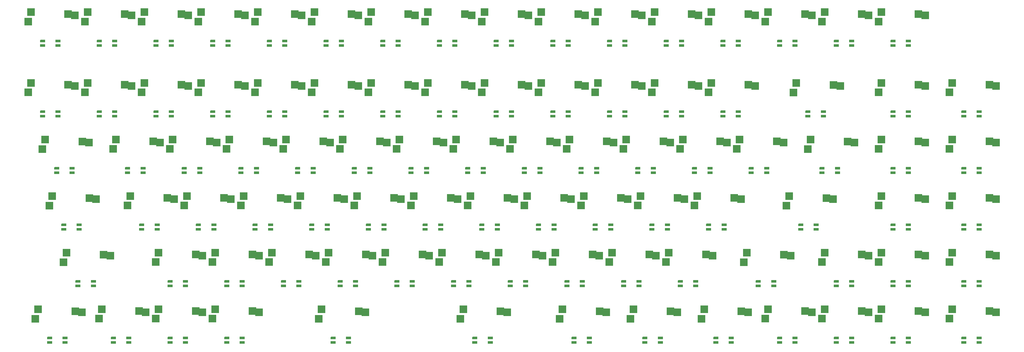
<source format=gbr>
%TF.GenerationSoftware,KiCad,Pcbnew,(6.0.2)*%
%TF.CreationDate,2022-08-21T18:03:26-07:00*%
%TF.ProjectId,tklc_v1_rgb,746b6c63-5f76-4315-9f72-67622e6b6963,rev?*%
%TF.SameCoordinates,Original*%
%TF.FileFunction,Paste,Bot*%
%TF.FilePolarity,Positive*%
%FSLAX46Y46*%
G04 Gerber Fmt 4.6, Leading zero omitted, Abs format (unit mm)*
G04 Created by KiCad (PCBNEW (6.0.2)) date 2022-08-21 18:03:26*
%MOMM*%
%LPD*%
G01*
G04 APERTURE LIST*
G04 Aperture macros list*
%AMOutline5P*
0 Free polygon, 5 corners , with rotation*
0 The origin of the aperture is its center*
0 number of corners: always 5*
0 $1 to $10 corner X, Y*
0 $11 Rotation angle, in degrees counterclockwise*
0 create outline with 5 corners*
4,1,5,$1,$2,$3,$4,$5,$6,$7,$8,$9,$10,$1,$2,$11*%
%AMOutline6P*
0 Free polygon, 6 corners , with rotation*
0 The origin of the aperture is its center*
0 number of corners: always 6*
0 $1 to $12 corner X, Y*
0 $13 Rotation angle, in degrees counterclockwise*
0 create outline with 6 corners*
4,1,6,$1,$2,$3,$4,$5,$6,$7,$8,$9,$10,$11,$12,$1,$2,$13*%
%AMOutline7P*
0 Free polygon, 7 corners , with rotation*
0 The origin of the aperture is its center*
0 number of corners: always 7*
0 $1 to $14 corner X, Y*
0 $15 Rotation angle, in degrees counterclockwise*
0 create outline with 7 corners*
4,1,7,$1,$2,$3,$4,$5,$6,$7,$8,$9,$10,$11,$12,$13,$14,$1,$2,$15*%
%AMOutline8P*
0 Free polygon, 8 corners , with rotation*
0 The origin of the aperture is its center*
0 number of corners: always 8*
0 $1 to $16 corner X, Y*
0 $17 Rotation angle, in degrees counterclockwise*
0 create outline with 8 corners*
4,1,8,$1,$2,$3,$4,$5,$6,$7,$8,$9,$10,$11,$12,$13,$14,$15,$16,$1,$2,$17*%
G04 Aperture macros list end*
%ADD10R,2.550000X2.550000*%
%ADD11R,2.550000X2.500000*%
%ADD12R,1.700000X0.820000*%
%ADD13Outline5P,-0.850000X0.246000X-0.686000X0.410000X0.850000X0.410000X0.850000X-0.410000X-0.850000X-0.410000X0.000000*%
G04 APERTURE END LIST*
D10*
%TO.C,SW46*%
X305931250Y-150081250D03*
D11*
X303671250Y-149701250D03*
D10*
X291181250Y-149031250D03*
D11*
X290246250Y-152241250D03*
D12*
X300256250Y-160231250D03*
X295056250Y-160231250D03*
X300256250Y-158731250D03*
D13*
X295056250Y-158731250D03*
%TD*%
D11*
%TO.C,SW6*%
X160796250Y-106838750D03*
D10*
X163056250Y-107218750D03*
X148306250Y-106168750D03*
D11*
X147371250Y-109378750D03*
D12*
X157381250Y-117368750D03*
X152181250Y-117368750D03*
X157381250Y-115868750D03*
D13*
X152181250Y-115868750D03*
%TD*%
D10*
%TO.C,SW49*%
X377318750Y-150081250D03*
D11*
X375108750Y-149701250D03*
X361683750Y-152241250D03*
D10*
X362618750Y-149031250D03*
D12*
X371693750Y-160231250D03*
X366493750Y-160231250D03*
X371693750Y-158731250D03*
D13*
X366493750Y-158731250D03*
%TD*%
D10*
%TO.C,SW59*%
X253543750Y-169131250D03*
D11*
X251283750Y-168751250D03*
D10*
X238793750Y-168081250D03*
D11*
X237858750Y-171291250D03*
D12*
X247868750Y-179281250D03*
X242668750Y-179281250D03*
X247868750Y-177781250D03*
D13*
X242668750Y-177781250D03*
%TD*%
D11*
%TO.C,SW42*%
X227471250Y-149701250D03*
D10*
X229731250Y-150081250D03*
X214981250Y-149031250D03*
D11*
X214046250Y-152241250D03*
D12*
X224056250Y-160231250D03*
X218856250Y-160231250D03*
X224056250Y-158731250D03*
D13*
X218856250Y-158731250D03*
%TD*%
D10*
%TO.C,SW1*%
X67806250Y-107218750D03*
D11*
X65546250Y-106838750D03*
D10*
X53056250Y-106168750D03*
D11*
X52121250Y-109378750D03*
D12*
X62131250Y-117368750D03*
X56931250Y-117368750D03*
X62131250Y-115868750D03*
D13*
X56931250Y-115868750D03*
%TD*%
D11*
%TO.C,SW66*%
X108408750Y-187801250D03*
D10*
X110668750Y-188181250D03*
X95918750Y-187131250D03*
D11*
X94983750Y-190341250D03*
D12*
X104993750Y-198331250D03*
X99793750Y-198331250D03*
X104993750Y-196831250D03*
D13*
X99793750Y-196831250D03*
%TD*%
D11*
%TO.C,SW14*%
X313196250Y-106838750D03*
D10*
X315456250Y-107218750D03*
D11*
X299771250Y-109378750D03*
D10*
X300706250Y-106168750D03*
D12*
X309781250Y-117368750D03*
X304581250Y-117368750D03*
X309781250Y-115868750D03*
D13*
X304581250Y-115868750D03*
%TD*%
D10*
%TO.C,SW21*%
X124956250Y-131031250D03*
D11*
X122696250Y-130651250D03*
D10*
X110206250Y-129981250D03*
D11*
X109271250Y-133191250D03*
D12*
X119281250Y-141181250D03*
X114081250Y-141181250D03*
X119281250Y-139681250D03*
D13*
X114081250Y-139681250D03*
%TD*%
D10*
%TO.C,SW27*%
X239256250Y-131031250D03*
D11*
X236996250Y-130651250D03*
X223571250Y-133191250D03*
D10*
X224506250Y-129981250D03*
D12*
X233581250Y-141181250D03*
X228381250Y-141181250D03*
X233581250Y-139681250D03*
D13*
X228381250Y-139681250D03*
%TD*%
D11*
%TO.C,SW28*%
X256046250Y-130651250D03*
D10*
X258306250Y-131031250D03*
D11*
X242621250Y-133191250D03*
D10*
X243556250Y-129981250D03*
D12*
X252631250Y-141181250D03*
X247431250Y-141181250D03*
X252631250Y-139681250D03*
D13*
X247431250Y-139681250D03*
%TD*%
D10*
%TO.C,SW7*%
X182106250Y-107218750D03*
D11*
X179846250Y-106838750D03*
X166421250Y-109378750D03*
D10*
X167356250Y-106168750D03*
D12*
X176431250Y-117368750D03*
X171231250Y-117368750D03*
X176431250Y-115868750D03*
D13*
X171231250Y-115868750D03*
%TD*%
D10*
%TO.C,SW2*%
X86856250Y-107218750D03*
D11*
X84596250Y-106838750D03*
X71171250Y-109378750D03*
D10*
X72106250Y-106168750D03*
D12*
X81181250Y-117368750D03*
X75981250Y-117368750D03*
X81181250Y-115868750D03*
D13*
X75981250Y-115868750D03*
%TD*%
D11*
%TO.C,SW45*%
X284621250Y-149701250D03*
D10*
X286881250Y-150081250D03*
X272131250Y-149031250D03*
D11*
X271196250Y-152241250D03*
D12*
X281206250Y-160231250D03*
X276006250Y-160231250D03*
X281206250Y-158731250D03*
D13*
X276006250Y-158731250D03*
%TD*%
D10*
%TO.C,SW91*%
X353556250Y-207231250D03*
D11*
X351296250Y-206851250D03*
D10*
X338806250Y-206181250D03*
D11*
X337871250Y-209391250D03*
D12*
X347881250Y-217381250D03*
X342681250Y-217381250D03*
X347881250Y-215881250D03*
D13*
X342681250Y-215881250D03*
%TD*%
D11*
%TO.C,SW5*%
X141746250Y-106838750D03*
D10*
X144006250Y-107218750D03*
D11*
X128321250Y-109378750D03*
D10*
X129256250Y-106168750D03*
D12*
X138331250Y-117368750D03*
X133131250Y-117368750D03*
X138331250Y-115868750D03*
D13*
X133131250Y-115868750D03*
%TD*%
D11*
%TO.C,SW11*%
X256046250Y-106838750D03*
D10*
X258306250Y-107218750D03*
D11*
X242621250Y-109378750D03*
D10*
X243556250Y-106168750D03*
D12*
X252631250Y-117368750D03*
X247431250Y-117368750D03*
X252631250Y-115868750D03*
D13*
X247431250Y-115868750D03*
%TD*%
D10*
%TO.C,SW41*%
X210681250Y-150081250D03*
D11*
X208421250Y-149701250D03*
D10*
X195931250Y-149031250D03*
D11*
X194996250Y-152241250D03*
D12*
X205006250Y-160231250D03*
X199806250Y-160231250D03*
X205006250Y-158731250D03*
D13*
X199806250Y-158731250D03*
%TD*%
D11*
%TO.C,SW22*%
X141746250Y-130651250D03*
D10*
X144006250Y-131031250D03*
X129256250Y-129981250D03*
D11*
X128321250Y-133191250D03*
D12*
X138331250Y-141181250D03*
X133131250Y-141181250D03*
X138331250Y-139681250D03*
D13*
X133131250Y-139681250D03*
%TD*%
D11*
%TO.C,SW52*%
X117933750Y-168751250D03*
D10*
X120193750Y-169131250D03*
X105443750Y-168081250D03*
D11*
X104508750Y-171291250D03*
D12*
X114518750Y-179281250D03*
X109318750Y-179281250D03*
X114518750Y-177781250D03*
D13*
X109318750Y-177781250D03*
%TD*%
D11*
%TO.C,SW50*%
X72690000Y-168761250D03*
D10*
X74950000Y-169131250D03*
D11*
X59265000Y-171301250D03*
D10*
X60200000Y-168081250D03*
D12*
X69275000Y-179281250D03*
X64075000Y-179281250D03*
X69275000Y-177781250D03*
D13*
X64075000Y-177781250D03*
%TD*%
D10*
%TO.C,SW90*%
X334506250Y-207231250D03*
D11*
X332246250Y-206851250D03*
D10*
X319756250Y-206181250D03*
D11*
X318821250Y-209391250D03*
D12*
X328831250Y-217381250D03*
X323631250Y-217381250D03*
X328831250Y-215881250D03*
D13*
X323631250Y-215881250D03*
%TD*%
D10*
%TO.C,SW19*%
X86856250Y-131031250D03*
D11*
X84596250Y-130651250D03*
X71171250Y-133191250D03*
D10*
X72106250Y-129981250D03*
D12*
X81181250Y-141181250D03*
X75981250Y-141181250D03*
X81181250Y-139681250D03*
D13*
X75981250Y-139681250D03*
%TD*%
D11*
%TO.C,SW68*%
X146508750Y-187801250D03*
D10*
X148768750Y-188181250D03*
X134018750Y-187131250D03*
D11*
X133083750Y-190341250D03*
D12*
X143093750Y-198331250D03*
X137893750Y-198331250D03*
X143093750Y-196831250D03*
D13*
X137893750Y-196831250D03*
%TD*%
D11*
%TO.C,SW8*%
X198896250Y-106838750D03*
D10*
X201156250Y-107218750D03*
X186406250Y-106168750D03*
D11*
X185471250Y-109378750D03*
D12*
X195481250Y-117368750D03*
X190281250Y-117368750D03*
X195481250Y-115868750D03*
D13*
X190281250Y-115868750D03*
%TD*%
D10*
%TO.C,SW25*%
X201156250Y-131031250D03*
D11*
X198896250Y-130651250D03*
X185471250Y-133191250D03*
D10*
X186406250Y-129981250D03*
D12*
X195481250Y-141181250D03*
X190281250Y-141181250D03*
X195481250Y-139681250D03*
D13*
X190281250Y-139681250D03*
%TD*%
D10*
%TO.C,SW53*%
X139243750Y-169131250D03*
D11*
X136983750Y-168751250D03*
D10*
X124493750Y-168081250D03*
D11*
X123558750Y-171291250D03*
D12*
X133568750Y-179281250D03*
X128368750Y-179281250D03*
X133568750Y-177781250D03*
D13*
X128368750Y-177781250D03*
%TD*%
D11*
%TO.C,SW39*%
X170321250Y-149701250D03*
D10*
X172581250Y-150081250D03*
X157831250Y-149031250D03*
D11*
X156896250Y-152241250D03*
D12*
X166906250Y-160231250D03*
X161706250Y-160231250D03*
X166906250Y-158731250D03*
D13*
X161706250Y-158731250D03*
%TD*%
D10*
%TO.C,SW83*%
X129718750Y-207231250D03*
D11*
X127458750Y-206851250D03*
D10*
X114968750Y-206181250D03*
D11*
X114033750Y-209391250D03*
D12*
X124043750Y-217381250D03*
X118843750Y-217381250D03*
X124043750Y-215881250D03*
D13*
X118843750Y-215881250D03*
%TD*%
D10*
%TO.C,SW74*%
X263068750Y-188181250D03*
D11*
X260808750Y-187801250D03*
X247383750Y-190341250D03*
D10*
X248318750Y-187131250D03*
D12*
X257393750Y-198331250D03*
X252193750Y-198331250D03*
X257393750Y-196831250D03*
D13*
X252193750Y-196831250D03*
%TD*%
D11*
%TO.C,SW36*%
X113171250Y-149701250D03*
D10*
X115431250Y-150081250D03*
X100681250Y-149031250D03*
D11*
X99746250Y-152241250D03*
D12*
X109756250Y-160231250D03*
X104556250Y-160231250D03*
X109756250Y-158731250D03*
D13*
X104556250Y-158731250D03*
%TD*%
D10*
%TO.C,SW86*%
X246400000Y-207231250D03*
D11*
X244140000Y-206861250D03*
X230715000Y-209401250D03*
D10*
X231650000Y-206181250D03*
D12*
X240725000Y-217381250D03*
X235525000Y-217381250D03*
X240725000Y-215881250D03*
D13*
X235525000Y-215881250D03*
%TD*%
D11*
%TO.C,SW32*%
X351296250Y-130651250D03*
D10*
X353556250Y-131031250D03*
X338806250Y-129981250D03*
D11*
X337871250Y-133191250D03*
D12*
X347881250Y-141181250D03*
X342681250Y-141181250D03*
X347881250Y-139681250D03*
D13*
X342681250Y-139681250D03*
%TD*%
D11*
%TO.C,SW77*%
X332246250Y-187801250D03*
D10*
X334506250Y-188181250D03*
D11*
X318821250Y-190341250D03*
D10*
X319756250Y-187131250D03*
D12*
X328831250Y-198331250D03*
X323631250Y-198331250D03*
X328831250Y-196831250D03*
D13*
X323631250Y-196831250D03*
%TD*%
D11*
%TO.C,SW76*%
X306052500Y-187811250D03*
D10*
X308312500Y-188181250D03*
D11*
X292627500Y-190351250D03*
D10*
X293562500Y-187131250D03*
D12*
X302637500Y-198331250D03*
X297437500Y-198331250D03*
X302637500Y-196831250D03*
D13*
X297437500Y-196831250D03*
%TD*%
D10*
%TO.C,SW3*%
X105906250Y-107218750D03*
D11*
X103646250Y-106838750D03*
D10*
X91156250Y-106168750D03*
D11*
X90221250Y-109378750D03*
D12*
X100231250Y-117368750D03*
X95031250Y-117368750D03*
X100231250Y-115868750D03*
D13*
X95031250Y-115868750D03*
%TD*%
D11*
%TO.C,SW34*%
X70308750Y-149711250D03*
D10*
X72568750Y-150081250D03*
D11*
X56883750Y-152251250D03*
D10*
X57818750Y-149031250D03*
D12*
X66893750Y-160231250D03*
X61693750Y-160231250D03*
X66893750Y-158731250D03*
D13*
X61693750Y-158731250D03*
%TD*%
D11*
%TO.C,SW70*%
X184608750Y-187801250D03*
D10*
X186868750Y-188181250D03*
X172118750Y-187131250D03*
D11*
X171183750Y-190341250D03*
D12*
X181193750Y-198331250D03*
X175993750Y-198331250D03*
X181193750Y-196831250D03*
D13*
X175993750Y-196831250D03*
%TD*%
D11*
%TO.C,SW56*%
X194133750Y-168751250D03*
D10*
X196393750Y-169131250D03*
X181643750Y-168081250D03*
D11*
X180708750Y-171291250D03*
D12*
X190718750Y-179281250D03*
X185518750Y-179281250D03*
X190718750Y-177781250D03*
D13*
X185518750Y-177781250D03*
%TD*%
D11*
%TO.C,SW84*%
X163177500Y-206861250D03*
D10*
X165437500Y-207231250D03*
X150687500Y-206181250D03*
D11*
X149752500Y-209401250D03*
D12*
X159762500Y-217381250D03*
X154562500Y-217381250D03*
X159762500Y-215881250D03*
D13*
X154562500Y-215881250D03*
%TD*%
D10*
%TO.C,SW65*%
X79712500Y-188181250D03*
D11*
X77452500Y-187811250D03*
X64027500Y-190351250D03*
D10*
X64962500Y-187131250D03*
D12*
X74037500Y-198331250D03*
X68837500Y-198331250D03*
X74037500Y-196831250D03*
D13*
X68837500Y-196831250D03*
%TD*%
D10*
%TO.C,SW35*%
X96381250Y-150081250D03*
D11*
X94121250Y-149701250D03*
X80696250Y-152241250D03*
D10*
X81631250Y-149031250D03*
D12*
X90706250Y-160231250D03*
X85506250Y-160231250D03*
X90706250Y-158731250D03*
D13*
X85506250Y-158731250D03*
%TD*%
D11*
%TO.C,SW75*%
X279858750Y-187801250D03*
D10*
X282118750Y-188181250D03*
D11*
X266433750Y-190341250D03*
D10*
X267368750Y-187131250D03*
D12*
X276443750Y-198331250D03*
X271243750Y-198331250D03*
X276443750Y-196831250D03*
D13*
X271243750Y-196831250D03*
%TD*%
D11*
%TO.C,SW23*%
X160796250Y-130651250D03*
D10*
X163056250Y-131031250D03*
D11*
X147371250Y-133191250D03*
D10*
X148306250Y-129981250D03*
D12*
X157381250Y-141181250D03*
X152181250Y-141181250D03*
X157381250Y-139681250D03*
D13*
X152181250Y-139681250D03*
%TD*%
D10*
%TO.C,SW47*%
X329743750Y-150081250D03*
D11*
X327483750Y-149711250D03*
D10*
X314993750Y-149031250D03*
D11*
X314058750Y-152251250D03*
D12*
X324068750Y-160231250D03*
X318868750Y-160231250D03*
X324068750Y-158731250D03*
D13*
X318868750Y-158731250D03*
%TD*%
D11*
%TO.C,SW72*%
X222708750Y-187801250D03*
D10*
X224968750Y-188181250D03*
D11*
X209283750Y-190341250D03*
D10*
X210218750Y-187131250D03*
D12*
X219293750Y-198331250D03*
X214093750Y-198331250D03*
X219293750Y-196831250D03*
D13*
X214093750Y-196831250D03*
%TD*%
D10*
%TO.C,SW60*%
X272593750Y-169131250D03*
D11*
X270333750Y-168751250D03*
X256908750Y-171291250D03*
D10*
X257843750Y-168081250D03*
D12*
X266918750Y-179281250D03*
X261718750Y-179281250D03*
X266918750Y-177781250D03*
D13*
X261718750Y-177781250D03*
%TD*%
D11*
%TO.C,SW51*%
X98883750Y-168751250D03*
D10*
X101143750Y-169131250D03*
D11*
X85458750Y-171291250D03*
D10*
X86393750Y-168081250D03*
D12*
X95468750Y-179281250D03*
X90268750Y-179281250D03*
X95468750Y-177781250D03*
D13*
X90268750Y-177781250D03*
%TD*%
D10*
%TO.C,SW57*%
X215443750Y-169131250D03*
D11*
X213183750Y-168751250D03*
X199758750Y-171291250D03*
D10*
X200693750Y-168081250D03*
D12*
X209768750Y-179281250D03*
X204568750Y-179281250D03*
X209768750Y-177781250D03*
D13*
X204568750Y-177781250D03*
%TD*%
D11*
%TO.C,SW43*%
X246521250Y-149701250D03*
D10*
X248781250Y-150081250D03*
X234031250Y-149031250D03*
D11*
X233096250Y-152241250D03*
D12*
X243106250Y-160231250D03*
X237906250Y-160231250D03*
X243106250Y-158731250D03*
D13*
X237906250Y-158731250D03*
%TD*%
D10*
%TO.C,SW24*%
X182106250Y-131031250D03*
D11*
X179846250Y-130651250D03*
X166421250Y-133191250D03*
D10*
X167356250Y-129981250D03*
D12*
X176431250Y-141181250D03*
X171231250Y-141181250D03*
X176431250Y-139681250D03*
D13*
X171231250Y-139681250D03*
%TD*%
D11*
%TO.C,SW44*%
X265571250Y-149701250D03*
D10*
X267831250Y-150081250D03*
X253081250Y-149031250D03*
D11*
X252146250Y-152241250D03*
D12*
X262156250Y-160231250D03*
X256956250Y-160231250D03*
X262156250Y-158731250D03*
D13*
X256956250Y-158731250D03*
%TD*%
D11*
%TO.C,SW38*%
X151271250Y-149701250D03*
D10*
X153531250Y-150081250D03*
X138781250Y-149031250D03*
D11*
X137846250Y-152241250D03*
D12*
X147856250Y-160231250D03*
X142656250Y-160231250D03*
X147856250Y-158731250D03*
D13*
X142656250Y-158731250D03*
%TD*%
D10*
%TO.C,SW33*%
X377318750Y-131031250D03*
D11*
X375108750Y-130651250D03*
D10*
X362618750Y-129981250D03*
D11*
X361683750Y-133191250D03*
D12*
X371693750Y-141181250D03*
X366493750Y-141181250D03*
X371693750Y-139681250D03*
D13*
X366493750Y-139681250D03*
%TD*%
D10*
%TO.C,SW73*%
X244018750Y-188181250D03*
D11*
X241758750Y-187801250D03*
D10*
X229268750Y-187131250D03*
D11*
X228333750Y-190341250D03*
D12*
X238343750Y-198331250D03*
X233143750Y-198331250D03*
X238343750Y-196831250D03*
D13*
X233143750Y-196831250D03*
%TD*%
D11*
%TO.C,SW30*%
X294146250Y-130651250D03*
D10*
X296406250Y-131031250D03*
X281656250Y-129981250D03*
D11*
X280721250Y-133191250D03*
D12*
X290731250Y-141181250D03*
X285531250Y-141181250D03*
X290731250Y-139681250D03*
D13*
X285531250Y-139681250D03*
%TD*%
D11*
%TO.C,SW89*%
X313196250Y-206851250D03*
D10*
X315456250Y-207231250D03*
X300706250Y-206181250D03*
D11*
X299771250Y-209391250D03*
D12*
X309781250Y-217381250D03*
X304581250Y-217381250D03*
X309781250Y-215881250D03*
D13*
X304581250Y-215881250D03*
%TD*%
D10*
%TO.C,SW61*%
X291643750Y-169131250D03*
D11*
X289383750Y-168751250D03*
D10*
X276893750Y-168081250D03*
D11*
X275958750Y-171291250D03*
D12*
X285968750Y-179281250D03*
X280768750Y-179281250D03*
X285968750Y-177781250D03*
D13*
X280768750Y-177781250D03*
%TD*%
D10*
%TO.C,SW87*%
X270212500Y-207231250D03*
D11*
X267952500Y-206861250D03*
X254527500Y-209401250D03*
D10*
X255462500Y-206181250D03*
D12*
X264537500Y-217381250D03*
X259337500Y-217381250D03*
X264537500Y-215881250D03*
D13*
X259337500Y-215881250D03*
%TD*%
D10*
%TO.C,SW31*%
X324981250Y-131031250D03*
D11*
X322721250Y-130661250D03*
D10*
X310231250Y-129981250D03*
D11*
X309296250Y-133201250D03*
D12*
X319306250Y-141181250D03*
X314106250Y-141181250D03*
X319306250Y-139681250D03*
D13*
X314106250Y-139681250D03*
%TD*%
D11*
%TO.C,SW10*%
X236996250Y-106838750D03*
D10*
X239256250Y-107218750D03*
D11*
X223571250Y-109378750D03*
D10*
X224506250Y-106168750D03*
D12*
X233581250Y-117368750D03*
X228381250Y-117368750D03*
X233581250Y-115868750D03*
D13*
X228381250Y-115868750D03*
%TD*%
D11*
%TO.C,SW15*%
X332246250Y-106838750D03*
D10*
X334506250Y-107218750D03*
D11*
X318821250Y-109378750D03*
D10*
X319756250Y-106168750D03*
D12*
X328831250Y-117368750D03*
X323631250Y-117368750D03*
X328831250Y-115868750D03*
D13*
X323631250Y-115868750D03*
%TD*%
D11*
%TO.C,SW48*%
X351296250Y-149701250D03*
D10*
X353556250Y-150081250D03*
X338806250Y-149031250D03*
D11*
X337871250Y-152241250D03*
D12*
X347881250Y-160231250D03*
X342681250Y-160231250D03*
X347881250Y-158731250D03*
D13*
X342681250Y-158731250D03*
%TD*%
D11*
%TO.C,SW12*%
X275096250Y-106838750D03*
D10*
X277356250Y-107218750D03*
X262606250Y-106168750D03*
D11*
X261671250Y-109378750D03*
D12*
X271681250Y-117368750D03*
X266481250Y-117368750D03*
X271681250Y-115868750D03*
D13*
X266481250Y-115868750D03*
%TD*%
D11*
%TO.C,SW40*%
X189371250Y-149701250D03*
D10*
X191631250Y-150081250D03*
X176881250Y-149031250D03*
D11*
X175946250Y-152241250D03*
D12*
X185956250Y-160231250D03*
X180756250Y-160231250D03*
X185956250Y-158731250D03*
D13*
X180756250Y-158731250D03*
%TD*%
D10*
%TO.C,SW80*%
X70187500Y-207231250D03*
D11*
X67927500Y-206861250D03*
D10*
X55437500Y-206181250D03*
D11*
X54502500Y-209401250D03*
D12*
X64512500Y-217381250D03*
X59312500Y-217381250D03*
X64512500Y-215881250D03*
D13*
X59312500Y-215881250D03*
%TD*%
D11*
%TO.C,SW69*%
X165558750Y-187801250D03*
D10*
X167818750Y-188181250D03*
D11*
X152133750Y-190341250D03*
D10*
X153068750Y-187131250D03*
D12*
X162143750Y-198331250D03*
X156943750Y-198331250D03*
X162143750Y-196831250D03*
D13*
X156943750Y-196831250D03*
%TD*%
D10*
%TO.C,SW29*%
X277356250Y-131031250D03*
D11*
X275096250Y-130651250D03*
X261671250Y-133191250D03*
D10*
X262606250Y-129981250D03*
D12*
X271681250Y-141181250D03*
X266481250Y-141181250D03*
X271681250Y-139681250D03*
D13*
X266481250Y-139681250D03*
%TD*%
D11*
%TO.C,SW67*%
X127458750Y-187801250D03*
D10*
X129718750Y-188181250D03*
D11*
X114033750Y-190341250D03*
D10*
X114968750Y-187131250D03*
D12*
X124043750Y-198331250D03*
X118843750Y-198331250D03*
X124043750Y-196831250D03*
D13*
X118843750Y-196831250D03*
%TD*%
D10*
%TO.C,SW13*%
X296406250Y-107218750D03*
D11*
X294146250Y-106838750D03*
D10*
X281656250Y-106168750D03*
D11*
X280721250Y-109378750D03*
D12*
X290731250Y-117368750D03*
X285531250Y-117368750D03*
X290731250Y-115868750D03*
D13*
X285531250Y-115868750D03*
%TD*%
D10*
%TO.C,SW18*%
X67806250Y-131031250D03*
D11*
X65546250Y-130651250D03*
X52121250Y-133191250D03*
D10*
X53056250Y-129981250D03*
D12*
X62131250Y-141181250D03*
X56931250Y-141181250D03*
X62131250Y-139681250D03*
D13*
X56931250Y-139681250D03*
%TD*%
D10*
%TO.C,SW4*%
X124956250Y-107218750D03*
D11*
X122696250Y-106838750D03*
X109271250Y-109378750D03*
D10*
X110206250Y-106168750D03*
D12*
X119281250Y-117368750D03*
X114081250Y-117368750D03*
X119281250Y-115868750D03*
D13*
X114081250Y-115868750D03*
%TD*%
D11*
%TO.C,SW62*%
X320340000Y-168761250D03*
D10*
X322600000Y-169131250D03*
X307850000Y-168081250D03*
D11*
X306915000Y-171301250D03*
D12*
X316925000Y-179281250D03*
X311725000Y-179281250D03*
X316925000Y-177781250D03*
D13*
X311725000Y-177781250D03*
%TD*%
D10*
%TO.C,SW81*%
X91618750Y-207231250D03*
D11*
X89358750Y-206851250D03*
D10*
X76868750Y-206181250D03*
D11*
X75933750Y-209391250D03*
D12*
X85943750Y-217381250D03*
X80743750Y-217381250D03*
X85943750Y-215881250D03*
D13*
X80743750Y-215881250D03*
%TD*%
D10*
%TO.C,SW79*%
X377318750Y-188181250D03*
D11*
X375108750Y-187801250D03*
D10*
X362618750Y-187131250D03*
D11*
X361683750Y-190341250D03*
D12*
X371693750Y-198331250D03*
X366493750Y-198331250D03*
X371693750Y-196831250D03*
D13*
X366493750Y-196831250D03*
%TD*%
D10*
%TO.C,SW82*%
X110668750Y-207231250D03*
D11*
X108408750Y-206851250D03*
X94983750Y-209391250D03*
D10*
X95918750Y-206181250D03*
D12*
X104993750Y-217381250D03*
X99793750Y-217381250D03*
X104993750Y-215881250D03*
D13*
X99793750Y-215881250D03*
%TD*%
D10*
%TO.C,SW26*%
X220206250Y-131031250D03*
D11*
X217946250Y-130651250D03*
X204521250Y-133191250D03*
D10*
X205456250Y-129981250D03*
D12*
X214531250Y-141181250D03*
X209331250Y-141181250D03*
X214531250Y-139681250D03*
D13*
X209331250Y-139681250D03*
%TD*%
D10*
%TO.C,SW85*%
X213062500Y-207231250D03*
D11*
X210802500Y-206861250D03*
X197377500Y-209401250D03*
D10*
X198312500Y-206181250D03*
D12*
X207387500Y-217381250D03*
X202187500Y-217381250D03*
X207387500Y-215881250D03*
D13*
X202187500Y-215881250D03*
%TD*%
D11*
%TO.C,SW63*%
X351296250Y-168751250D03*
D10*
X353556250Y-169131250D03*
X338806250Y-168081250D03*
D11*
X337871250Y-171291250D03*
D12*
X347881250Y-179281250D03*
X342681250Y-179281250D03*
X347881250Y-177781250D03*
D13*
X342681250Y-177781250D03*
%TD*%
D11*
%TO.C,SW64*%
X375108750Y-168751250D03*
D10*
X377318750Y-169131250D03*
X362618750Y-168081250D03*
D11*
X361683750Y-171291250D03*
D12*
X371693750Y-179281250D03*
X366493750Y-179281250D03*
X371693750Y-177781250D03*
D13*
X366493750Y-177781250D03*
%TD*%
D10*
%TO.C,SW88*%
X294025000Y-207231250D03*
D11*
X291765000Y-206861250D03*
X278340000Y-209401250D03*
D10*
X279275000Y-206181250D03*
D12*
X288350000Y-217381250D03*
X283150000Y-217381250D03*
X288350000Y-215881250D03*
D13*
X283150000Y-215881250D03*
%TD*%
D10*
%TO.C,SW37*%
X134481250Y-150081250D03*
D11*
X132221250Y-149701250D03*
D10*
X119731250Y-149031250D03*
D11*
X118796250Y-152241250D03*
D12*
X128806250Y-160231250D03*
X123606250Y-160231250D03*
X128806250Y-158731250D03*
D13*
X123606250Y-158731250D03*
%TD*%
D11*
%TO.C,SW54*%
X156033750Y-168751250D03*
D10*
X158293750Y-169131250D03*
D11*
X142608750Y-171291250D03*
D10*
X143543750Y-168081250D03*
D12*
X152618750Y-179281250D03*
X147418750Y-179281250D03*
X152618750Y-177781250D03*
D13*
X147418750Y-177781250D03*
%TD*%
D10*
%TO.C,SW20*%
X105906250Y-131031250D03*
D11*
X103646250Y-130651250D03*
X90221250Y-133191250D03*
D10*
X91156250Y-129981250D03*
D12*
X100231250Y-141181250D03*
X95031250Y-141181250D03*
X100231250Y-139681250D03*
D13*
X95031250Y-139681250D03*
%TD*%
D10*
%TO.C,SW9*%
X220206250Y-107218750D03*
D11*
X217946250Y-106838750D03*
X204521250Y-109378750D03*
D10*
X205456250Y-106168750D03*
D12*
X214531250Y-117368750D03*
X209331250Y-117368750D03*
X214531250Y-115868750D03*
D13*
X209331250Y-115868750D03*
%TD*%
D10*
%TO.C,SW58*%
X234493750Y-169131250D03*
D11*
X232233750Y-168751250D03*
D10*
X219743750Y-168081250D03*
D11*
X218808750Y-171291250D03*
D12*
X228818750Y-179281250D03*
X223618750Y-179281250D03*
X228818750Y-177781250D03*
D13*
X223618750Y-177781250D03*
%TD*%
D11*
%TO.C,SW92*%
X375108750Y-206851250D03*
D10*
X377318750Y-207231250D03*
X362618750Y-206181250D03*
D11*
X361683750Y-209391250D03*
D12*
X371693750Y-217381250D03*
X366493750Y-217381250D03*
X371693750Y-215881250D03*
D13*
X366493750Y-215881250D03*
%TD*%
D11*
%TO.C,SW78*%
X351296250Y-187801250D03*
D10*
X353556250Y-188181250D03*
X338806250Y-187131250D03*
D11*
X337871250Y-190341250D03*
D12*
X347881250Y-198331250D03*
X342681250Y-198331250D03*
X347881250Y-196831250D03*
D13*
X342681250Y-196831250D03*
%TD*%
D10*
%TO.C,SW55*%
X177343750Y-169131250D03*
D11*
X175083750Y-168751250D03*
D10*
X162593750Y-168081250D03*
D11*
X161658750Y-171291250D03*
D12*
X171668750Y-179281250D03*
X166468750Y-179281250D03*
X171668750Y-177781250D03*
D13*
X166468750Y-177781250D03*
%TD*%
D10*
%TO.C,SW16*%
X353556250Y-107218750D03*
D11*
X351296250Y-106838750D03*
X337871250Y-109378750D03*
D10*
X338806250Y-106168750D03*
D12*
X347881250Y-117368750D03*
X342681250Y-117368750D03*
X347881250Y-115868750D03*
D13*
X342681250Y-115868750D03*
%TD*%
D10*
%TO.C,SW71*%
X205918750Y-188181250D03*
D11*
X203658750Y-187801250D03*
D10*
X191168750Y-187131250D03*
D11*
X190233750Y-190341250D03*
D12*
X200243750Y-198331250D03*
X195043750Y-198331250D03*
X200243750Y-196831250D03*
D13*
X195043750Y-196831250D03*
%TD*%
M02*

</source>
